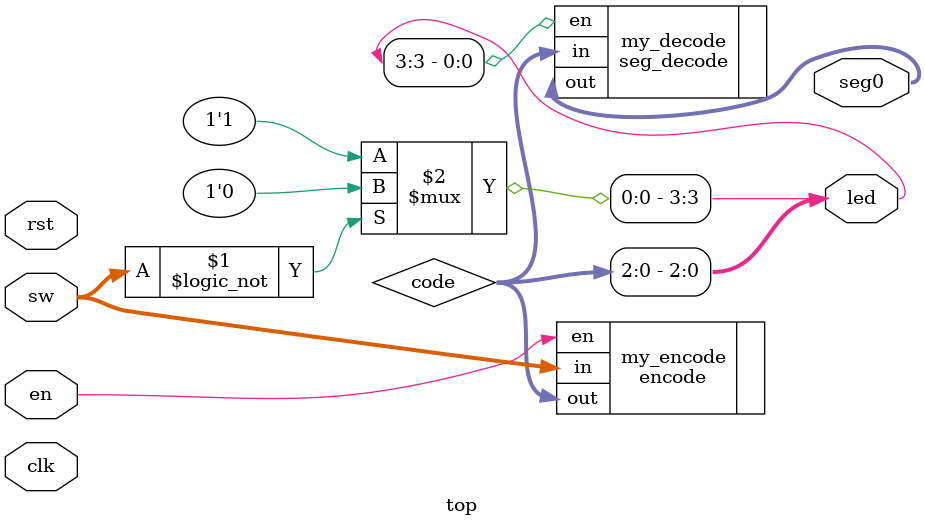
<source format=v>

module top (
    input [7:0] sw,
    input en,
    input clk,
    input rst,
    output [3:0] led,
    output [7:0] seg0
);
    wire [2:0] code;

    encode my_encode (
        .in(sw),
        .en(en),
        .out(code)
    );

    seg_decode my_decode(
        .in(code),
        .en(led[3]),
        .out(seg0)
    );

    assign led [2:0] = code;
    assign led [3] = (sw == 8'b0) ? 1'b0 : 1'b1;

endmodule


</source>
